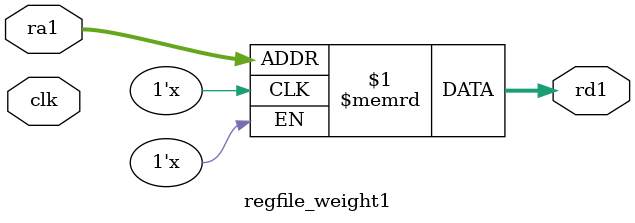
<source format=sv>
module regfile_weight1(input  logic        clk,
                input  logic [18:0] ra1,
                output logic [15:0] rd1);

    // one port register file
    // read one port combinationally
    //ra1 is the address that we want to read
    //rd1 is the data from memory that we get

    logic [15:0] rf[14:0];
    // rf is register file, 15:0 is data size and 14:0 is file length

   assign rd1 = rf[ra1];

endmodule // regfile

</source>
